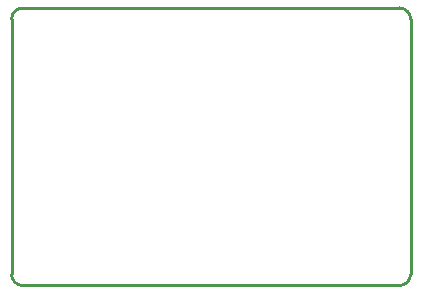
<source format=gko>
G04 Layer: BoardOutlineLayer*
G04 EasyEDA Pro v1.7.31, 2022-10-01 17:20:27*
G04 Gerber Generator version 0.3*
G04 Scale: 100 percent, Rotated: No, Reflected: No*
G04 Dimensions in millimeters*
G04 Leading zeros omitted, absolute positions, 3 integers and 3 decimals*
%FSLAX33Y33*%
%MOMM*%
%ADD10C,0.254*%
G75*


G04 Rect Start*
G54D10*
G01X8255Y25603D02*
G01X8255Y3988D01*
G03X9195Y3048I940J0D01*
G01X41097D01*
G03X42037Y3988I0J940D01*
G01Y25603D01*
G03X41097Y26543I-940J0D01*
G01X9195D01*
G03X8255Y25603I0J-940D01*
G04 Rect End*

M02*

</source>
